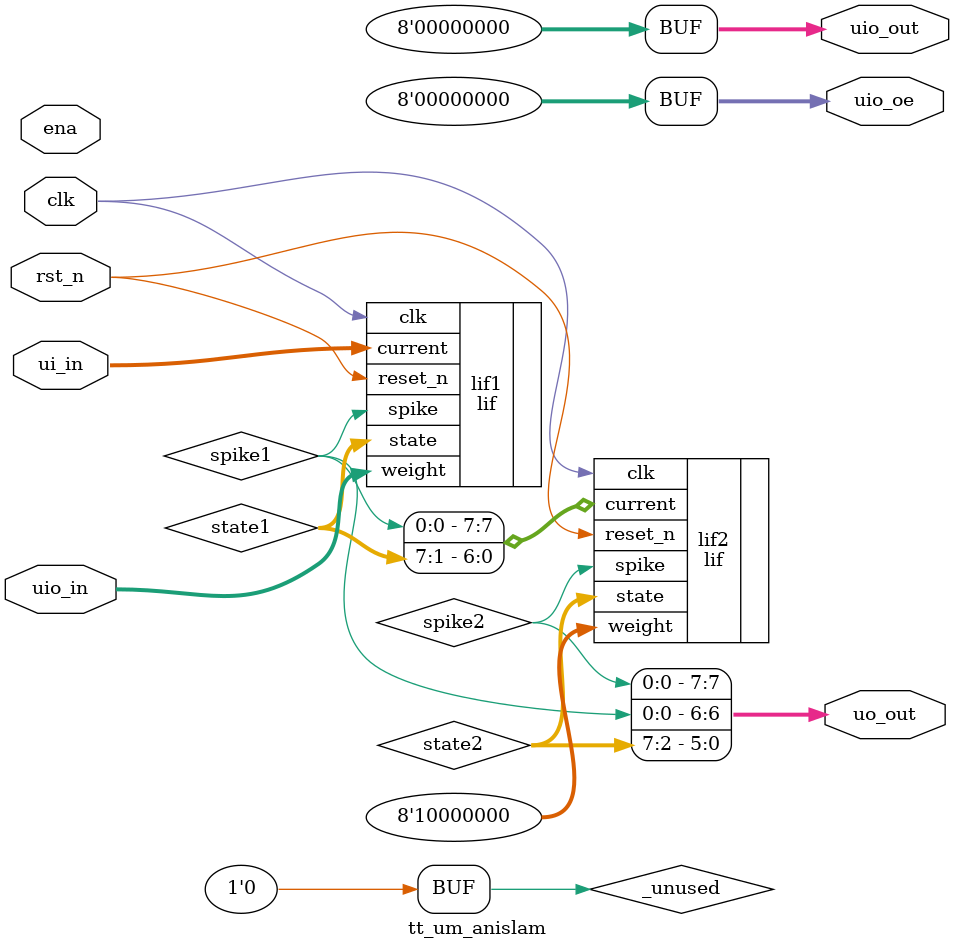
<source format=v>
/*
 * Copyright (c) 2024 Your Name
 * SPDX-License-Identifier: Apache-2.0
 */

`default_nettype none

module tt_um_anislam (
    input  wire [7:0] ui_in,    // Dedicated inputs
    output wire [7:0] uo_out,   // Dedicated outputs
    input  wire [7:0] uio_in,   // IOs: Input path
    output wire [7:0] uio_out,  // IOs: Output path
    output wire [7:0] uio_oe,   // IOs: Enable path (active high: 0=input, 1=output)
    input  wire       ena,      // always 1 when the design is powered, so you can ignore it
    input  wire       clk,      // clock
    input  wire       rst_n     // reset_n - low to reset
);

    wire spike1, spike2;
    reg [7:0] state1, state2;

    // All output pins must be assigned. Assign unused uio_out bits to 0.
    assign uio_out[7:0] = 0;
    assign uio_oe = 8'h00;  // Set all bits to 0 for input enable
    
    // List all unused inputs to prevent warnings
    //wire _unused = &{ena, uio_out, 1'b0};
    wire _unused = &{ena, 1'b0};

    // Instantiate the first lif neuron module
    lif lif1 (
        .current(ui_in),          // Use ui_in as input current for the first neuron
        .weight(uio_in),          // Use uio_in as input weight for the first neuron
        .clk(clk),
        .reset_n(rst_n),
        .spike(spike1),
        .state(state1)
    );

    // Instantiate the second lif neuron module, driven by spike from lif1
    lif lif2 (
        .current({spike1, state1[7:1]}), // Use spike1 and state1 (how close to spiking) to drive current input of lif2
        .weight(8'd128),          // Use a fixed weight in the middle of the range 0-255, no other inputs available to drive this in the chip
        .clk(clk),
        .reset_n(rst_n),
        .spike(spike2),
        .state(state2)
    );

    // Assign the state of the last neuron to `uo_out` and spike to `uio_out[7]`
    assign uo_out = {spike2, spike1 , state2[7:2]}; //concatinating the most recent spike with the previous spike and how close the second neuron is to spiking
    //assign uio_out[7:0] = 8'b0;

endmodule

</source>
